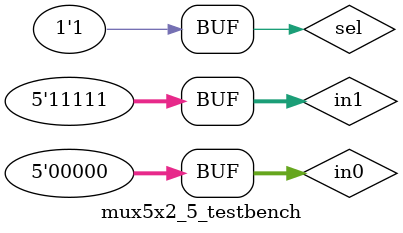
<source format=sv>
/*
Name: Veen Oung

Description: A 5x2:5 multiplexer that takes in
             two 5-bit inputs and select the input as output
             based on the enable value.
*/
`timescale 1ps/10fs

module mux5x2_5(out, in0, in1, sel);
    output logic [4:0] out;
    input  logic [4:0] in0, in1;
    input  logic sel;

    genvar i;

    generate
        for (i = 0; i < 5; i = i + 1) begin
            mux2_1 pickInput(.out(out[i]), .i0(in0[i]), .i1(in1[i]), .sel(sel));
        end
    endgenerate
endmodule

module mux5x2_5_testbench();
    logic [4:0] in0, in1, out;
    logic sel;

    mux5x2_5 dut (.out, .in0, .in1, .sel);

    initial begin
                                                 #500;
        in0 = 5'b00000; in1 = 5'b11111; sel = 0; #500;
                                        sel = 1; #500;
    end
endmodule
</source>
